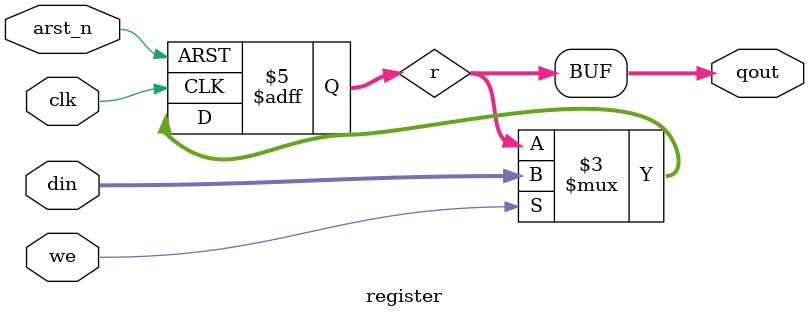
<source format=sv>
 module register #(
  parameter integer WIDTH     = 20,
  parameter integer RESET_VAL = 'b0
   )(
  input  logic              clk,
  input  logic              arst_n,

  input  logic [WIDTH-1:0]  din,
  input  logic we,
  output logic [WIDTH-1:0]  qout
);

logic [WIDTH-1:0] r;

always_ff @(posedge clk, negedge arst_n) begin
   if(arst_n==0)begin
      r <= RESET_VAL;
   end else begin
      if(we)
        r <= din;
   end
end

assign qout = r;

endmodule
</source>
